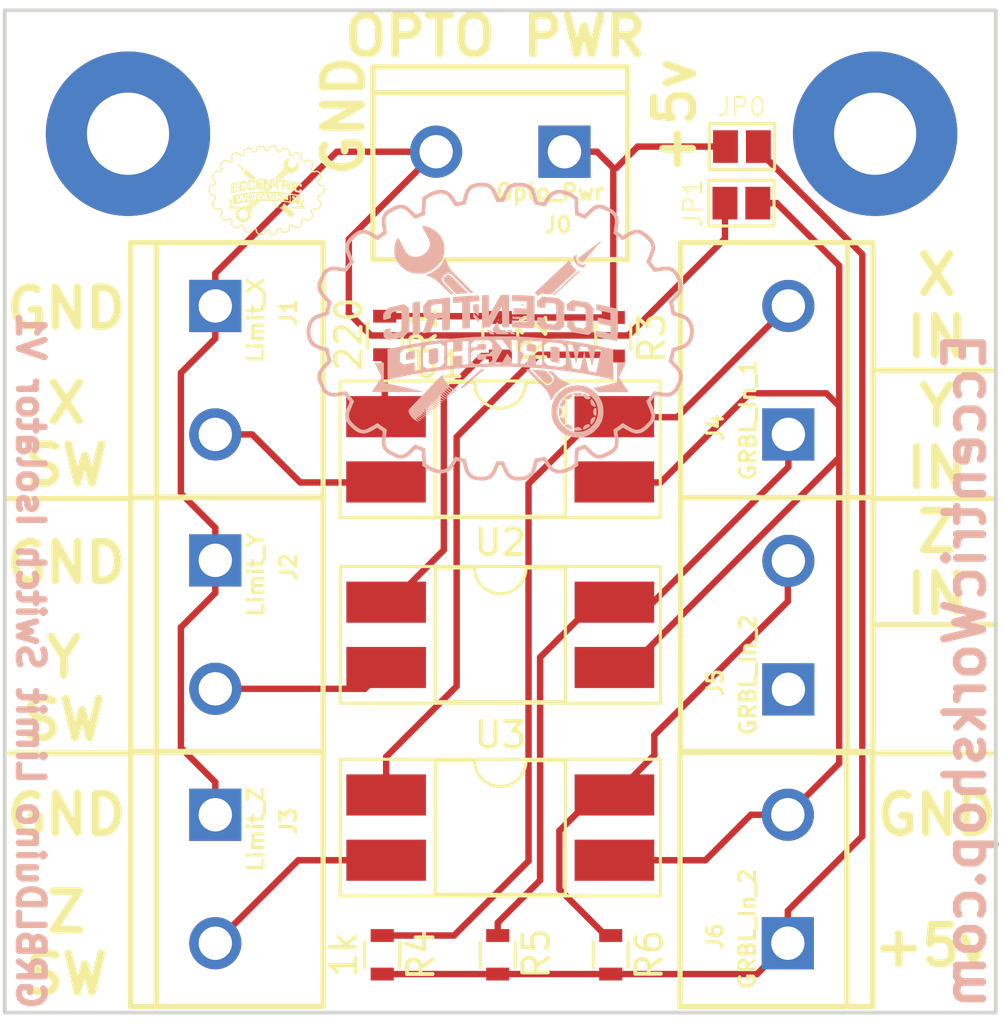
<source format=kicad_pcb>
(kicad_pcb (version 20171130) (host pcbnew "(5.1.5)-3")
  (title_block (title "Limit Switch Isolator - SMD") (date 2018-07-08) (rev V1) (company "The Eccentric Workshop"))
  (layers (0 F.Cu signal) (31 B.Cu signal) (34 B.Paste user) (35 F.Paste user) (36 B.SilkS user) (37 F.SilkS user) (38 B.Mask user) (39 F.Mask user) (44 Edge.Cuts user))
  (net 0 "")
  (net 1 "Net-(J0-Pad1)")
  (net 2 "Net-(J0-Pad2)")
  (net 3 "Net-(J1-Pad2)")
  (net 4 "Net-(J2-Pad2)")
  (net 5 "Net-(J3-Pad2)")
  (net 6 "Net-(J4-Pad1)")
  (net 7 "Net-(J4-Pad2)")
  (net 8 "Net-(J5-Pad1)")
  (net 9 "Net-(J5-Pad2)")
  (net 10 "Net-(J6-Pad1)")
  (net 11 "Net-(J6-Pad2)")
  (net 12 "Net-(R1-Pad1)")
  (net 13 "Net-(R2-Pad1)")
  (net 14 "Net-(R3-Pad1)")
  (module Mounting_Holes:MountingHole_3.2mm_M3_Pad (layer F.Cu) (at 163.4 74.9)
    (fp_text reference REF** hide)
    (fp_text value MountingHole_3.2mm_M3_Pad)
    (pad 1 thru_hole circle (at 0 0) (size 6.4 6.4) (drill 3.2) (layers *.Cu *.Mask))
  )
  (module GRBLDuinoV2:SPARKFUN-CONNECTORS_SCREWTERMINAL-5MM-2 (layer F.Cu) (at 151.3 75.6 180)
    (fp_text reference J0 (at 0.254 -2.8448 180) (layer F.SilkS) (effects (font (size 0.6096 0.6096) (thickness 0.127))))
    (fp_text value Opto_Pwr (at 0.5588 -1.5748 180) (layer F.SilkS) (effects (font (size 0.6096 0.6096) (thickness 0.127))))
    (pad 1 thru_hole rect (at 0 0 180) (size 2.032 2.032) (drill 1.29794) (layers *.Cu *.Paste *.Mask) (net 1 "Net-(J0-Pad1)"))
    (pad 2 thru_hole circle (at 4.99872 0 180) (size 2.032 2.032) (drill 1.29794) (layers *.Cu *.Paste *.Mask) (net 2 "Net-(J0-Pad2)"))
  )
  (module GRBLDuinoV2:SPARKFUN-CONNECTORS_SCREWTERMINAL-5MM-2 (layer F.Cu) (at 137.7 81.60128 270)
    (fp_text reference J1 (at 0.254 -2.8448 270) (layer F.SilkS) (effects (font (size 0.6096 0.6096) (thickness 0.127))))
    (fp_text value Limit_X (at 0.5588 -1.5748 270) (layer F.SilkS) (effects (font (size 0.6096 0.6096) (thickness 0.127))))
    (pad 1 thru_hole rect (at 0 0 270) (size 2.032 2.032) (drill 1.29794) (layers *.Cu *.Paste *.Mask) (net 2 "Net-(J0-Pad2)"))
    (pad 2 thru_hole circle (at 4.99872 0 270) (size 2.032 2.032) (drill 1.29794) (layers *.Cu *.Paste *.Mask) (net 3 "Net-(J1-Pad2)"))
  )
  (module GRBLDuinoV2:SPARKFUN-CONNECTORS_SCREWTERMINAL-5MM-2 (layer F.Cu) (at 137.7 91.50128 270)
    (fp_text reference J2 (at 0.254 -2.8448 270) (layer F.SilkS) (effects (font (size 0.6096 0.6096) (thickness 0.127))))
    (fp_text value Limit_Y (at 0.5588 -1.5748 270) (layer F.SilkS) (effects (font (size 0.6096 0.6096) (thickness 0.127))))
    (pad 1 thru_hole rect (at 0 0 270) (size 2.032 2.032) (drill 1.29794) (layers *.Cu *.Paste *.Mask) (net 2 "Net-(J0-Pad2)"))
    (pad 2 thru_hole circle (at 4.99872 0 270) (size 2.032 2.032) (drill 1.29794) (layers *.Cu *.Paste *.Mask) (net 4 "Net-(J2-Pad2)"))
  )
  (module GRBLDuinoV2:SPARKFUN-CONNECTORS_SCREWTERMINAL-5MM-2 (layer F.Cu) (at 137.7 101.40128 270)
    (fp_text reference J3 (at 0.254 -2.8448 270) (layer F.SilkS) (effects (font (size 0.6096 0.6096) (thickness 0.127))))
    (fp_text value Limit_Z (at 0.5588 -1.5748 270) (layer F.SilkS) (effects (font (size 0.6096 0.6096) (thickness 0.127))))
    (pad 1 thru_hole rect (at 0 0 270) (size 2.032 2.032) (drill 1.29794) (layers *.Cu *.Paste *.Mask) (net 2 "Net-(J0-Pad2)"))
    (pad 2 thru_hole circle (at 4.99872 0 270) (size 2.032 2.032) (drill 1.29794) (layers *.Cu *.Paste *.Mask) (net 5 "Net-(J3-Pad2)"))
  )
  (module GRBLDuinoV2:SPARKFUN-CONNECTORS_SCREWTERMINAL-5MM-2 (layer F.Cu) (at 160.02 86.6 90)
    (fp_text reference J4 (at 0.254 -2.8448 90) (layer F.SilkS) (effects (font (size 0.6096 0.6096) (thickness 0.127))))
    (fp_text value GRBL_In_1 (at 0.5588 -1.5748 90) (layer F.SilkS) (effects (font (size 0.6096 0.6096) (thickness 0.127))))
    (pad 1 thru_hole rect (at 0 0 90) (size 2.032 2.032) (drill 1.29794) (layers *.Cu *.Paste *.Mask) (net 6 "Net-(J4-Pad1)"))
    (pad 2 thru_hole circle (at 4.99872 0 90) (size 2.032 2.032) (drill 1.29794) (layers *.Cu *.Paste *.Mask) (net 7 "Net-(J4-Pad2)"))
  )
  (module GRBLDuinoV2:SPARKFUN-CONNECTORS_SCREWTERMINAL-5MM-2 (layer F.Cu) (at 160.02 96.52 90)
    (fp_text reference J5 (at 0.254 -2.8448 90) (layer F.SilkS) (effects (font (size 0.6096 0.6096) (thickness 0.127))))
    (fp_text value GRBL_In_2 (at 0.5588 -1.5748 90) (layer F.SilkS) (effects (font (size 0.6096 0.6096) (thickness 0.127))))
    (pad 1 thru_hole rect (at 0 0 90) (size 2.032 2.032) (drill 1.29794) (layers *.Cu *.Paste *.Mask) (net 8 "Net-(J5-Pad1)"))
    (pad 2 thru_hole circle (at 4.99872 0 90) (size 2.032 2.032) (drill 1.29794) (layers *.Cu *.Paste *.Mask) (net 9 "Net-(J5-Pad2)"))
  )
  (module GRBLDuinoV2:SPARKFUN-CONNECTORS_SCREWTERMINAL-5MM-2 (layer F.Cu) (at 160 106.39872 90)
    (fp_text reference J6 (at 0.254 -2.8448 90) (layer F.SilkS) (effects (font (size 0.6096 0.6096) (thickness 0.127))))
    (fp_text value GRBL_In_2 (at 0.5588 -1.5748 90) (layer F.SilkS) (effects (font (size 0.6096 0.6096) (thickness 0.127))))
    (pad 1 thru_hole rect (at 0 0 90) (size 2.032 2.032) (drill 1.29794) (layers *.Cu *.Paste *.Mask) (net 10 "Net-(J6-Pad1)"))
    (pad 2 thru_hole circle (at 4.99872 0 90) (size 2.032 2.032) (drill 1.29794) (layers *.Cu *.Paste *.Mask) (net 11 "Net-(J6-Pad2)"))
  )
  (module Resistors_SMD:R_0603 (layer F.Cu) (at 144.3 82.75 90)
    (fp_text reference R1 (at 0.15 1.5 270) (layer F.SilkS))
    (fp_text value 220 (at 0.05 -1.4 270) (layer F.SilkS))
    (pad 1 smd rect (at -0.75 0 90) (size 0.5 0.9) (layers F.Cu F.Paste F.Mask) (net 12 "Net-(R1-Pad1)"))
    (pad 2 smd rect (at 0.75 0 90) (size 0.5 0.9) (layers F.Cu F.Paste F.Mask) (net 1 "Net-(J0-Pad1)"))
  )
  (module Resistors_SMD:R_0603 (layer F.Cu) (at 148.8 82.8 90)
    (fp_text reference R2 (at -0.05 1.3 270) (layer F.SilkS))
    (fp_text value 220 hide)
    (pad 1 smd rect (at -0.75 0 90) (size 0.5 0.9) (layers F.Cu F.Paste F.Mask) (net 13 "Net-(R2-Pad1)"))
    (pad 2 smd rect (at 0.75 0 90) (size 0.5 0.9) (layers F.Cu F.Paste F.Mask) (net 1 "Net-(J0-Pad1)"))
  )
  (module Resistors_SMD:R_0603 (layer F.Cu) (at 153.2 82.8 90)
    (fp_text reference R3 (at -0.05 1.5 270) (layer F.SilkS))
    (fp_text value 220 hide)
    (pad 1 smd rect (at -0.75 0 90) (size 0.5 0.9) (layers F.Cu F.Paste F.Mask) (net 14 "Net-(R3-Pad1)"))
    (pad 2 smd rect (at 0.75 0 90) (size 0.5 0.9) (layers F.Cu F.Paste F.Mask) (net 1 "Net-(J0-Pad1)"))
  )
  (module Resistors_SMD:R_0603 (layer F.Cu) (at 144.2 106.85 270)
    (fp_text reference R4 (at 0.0106 -1.5089 90) (layer F.SilkS))
    (fp_text value 1k (at 0 1.5 270) (layer F.SilkS))
    (pad 1 smd rect (at -0.75 0 270) (size 0.5 0.9) (layers F.Cu F.Paste F.Mask) (net 7 "Net-(J4-Pad2)"))
    (pad 2 smd rect (at 0.75 0 270) (size 0.5 0.9) (layers F.Cu F.Paste F.Mask) (net 10 "Net-(J6-Pad1)"))
  )
  (module Resistors_SMD:R_0603 (layer F.Cu) (at 148.7 106.85 270)
    (fp_text reference R5 (at -0.05 -1.5 90) (layer F.SilkS))
    (fp_text value 1k hide)
    (pad 1 smd rect (at -0.75 0 270) (size 0.5 0.9) (layers F.Cu F.Paste F.Mask) (net 6 "Net-(J4-Pad1)"))
    (pad 2 smd rect (at 0.75 0 270) (size 0.5 0.9) (layers F.Cu F.Paste F.Mask) (net 10 "Net-(J6-Pad1)"))
  )
  (module Resistors_SMD:R_0603 (layer F.Cu) (at 153.1 106.85 270)
    (fp_text reference R6 (at 0 -1.5 90) (layer F.SilkS))
    (fp_text value 1k hide)
    (pad 1 smd rect (at -0.75 0 270) (size 0.5 0.9) (layers F.Cu F.Paste F.Mask) (net 9 "Net-(J5-Pad2)"))
    (pad 2 smd rect (at 0.75 0 270) (size 0.5 0.9) (layers F.Cu F.Paste F.Mask) (net 10 "Net-(J6-Pad1)"))
  )
  (module Housings_DIP:DIP-4_W8.89mm_SMDSocket_LongPads (layer F.Cu) (at 148.795 87.18)
    (fp_text reference U1 (at -2.4 -3.3) (layer F.SilkS))
    (fp_text value LTV-817 hide)
    (pad 1 smd rect (at -4.445 -1.27) (size 3.1 1.6) (layers F.Cu F.Paste F.Mask) (net 12 "Net-(R1-Pad1)"))
    (pad 3 smd rect (at 4.445 1.27) (size 3.1 1.6) (layers F.Cu F.Paste F.Mask) (net 11 "Net-(J6-Pad2)"))
    (pad 2 smd rect (at -4.445 1.27) (size 3.1 1.6) (layers F.Cu F.Paste F.Mask) (net 3 "Net-(J1-Pad2)"))
    (pad 4 smd rect (at 4.445 -1.27) (size 3.1 1.6) (layers F.Cu F.Paste F.Mask) (net 7 "Net-(J4-Pad2)"))
  )
  (module Housings_DIP:DIP-4_W8.89mm_SMDSocket_LongPads (layer F.Cu) (at 148.8 94.4)
    (fp_text reference U2 (at 0 -3.6) (layer F.SilkS))
    (fp_text value LTV-817 hide)
    (pad 1 smd rect (at -4.445 -1.27) (size 3.1 1.6) (layers F.Cu F.Paste F.Mask) (net 13 "Net-(R2-Pad1)"))
    (pad 3 smd rect (at 4.445 1.27) (size 3.1 1.6) (layers F.Cu F.Paste F.Mask) (net 11 "Net-(J6-Pad2)"))
    (pad 2 smd rect (at -4.445 1.27) (size 3.1 1.6) (layers F.Cu F.Paste F.Mask) (net 4 "Net-(J2-Pad2)"))
    (pad 4 smd rect (at 4.445 -1.27) (size 3.1 1.6) (layers F.Cu F.Paste F.Mask) (net 6 "Net-(J4-Pad1)"))
  )
  (module Housings_DIP:DIP-4_W8.89mm_SMDSocket_LongPads (layer F.Cu) (at 148.8 101.9)
    (fp_text reference U3 (at 0 -3.6) (layer F.SilkS))
    (fp_text value LTV-817 hide)
    (pad 1 smd rect (at -4.445 -1.27) (size 3.1 1.6) (layers F.Cu F.Paste F.Mask) (net 14 "Net-(R3-Pad1)"))
    (pad 3 smd rect (at 4.445 1.27) (size 3.1 1.6) (layers F.Cu F.Paste F.Mask) (net 11 "Net-(J6-Pad2)"))
    (pad 2 smd rect (at -4.445 1.27) (size 3.1 1.6) (layers F.Cu F.Paste F.Mask) (net 5 "Net-(J3-Pad2)"))
    (pad 4 smd rect (at 4.445 -1.27) (size 3.1 1.6) (layers F.Cu F.Paste F.Mask) (net 9 "Net-(J5-Pad2)"))
  )
  (module Mounting_Holes:MountingHole_3.2mm_M3_Pad (layer F.Cu) (at 134.3 74.9)
    (fp_text reference REF** hide)
    (fp_text value MountingHole_3.2mm_M3_Pad)
    (pad 1 thru_hole circle (at 0 0) (size 6.4 6.4) (drill 3.2) (layers *.Cu *.Mask))
  )
  (module "EW Logo:logo3000" (layer B.Cu) (at 148.8 82.6 180)
    (fp_text reference G*** hide)
    (fp_text value LOGO hide)
  )
  (module "EW Logo:logo10000" (layer F.Cu) (at 139.7 77.1)
    (fp_text reference G*** hide)
    (fp_text value LOGO hide)
  )
  (module Connectors:GS2 (layer F.Cu) (at 158.21 75.4 90)
    (fp_text reference JP0 (at 1.55 -0.01) (layer F.SilkS) (effects (font (size 0.7 0.7) (thickness 0.08))))
    (fp_text value PWR_Select)
    (pad 1 smd rect (at 0 -0.64 90) (size 1.27 0.97) (layers F.Cu F.Paste F.Mask) (net 1 "Net-(J0-Pad1)"))
    (pad 2 smd rect (at 0 0.64 90) (size 1.27 0.97) (layers F.Cu F.Paste F.Mask) (net 10 "Net-(J6-Pad1)"))
  )
  (module Connectors:GS2 (layer F.Cu) (at 158.19 77.6 90)
    (fp_text reference JP1 (at 0 -1.89 270) (layer F.SilkS) (effects (font (size 0.7 0.7) (thickness 0.08))))
    (fp_text value GND_Select)
    (pad 1 smd rect (at 0 -0.64 90) (size 1.27 0.97) (layers F.Cu F.Paste F.Mask) (net 2 "Net-(J0-Pad2)"))
    (pad 2 smd rect (at 0 0.64 90) (size 1.27 0.97) (layers F.Cu F.Paste F.Mask) (net 11 "Net-(J6-Pad2)"))
  )
  (gr_line (start 163.3 94) (end 168.1 94) (layer F.SilkS) (width 0.2))
  (gr_line (start 163.3 89.1) (end 168.1 89.1) (layer F.SilkS) (width 0.2))
  (gr_line (start 163.3 84.1) (end 168 84.1) (layer F.SilkS) (width 0.2))
  (gr_line (start 163.3 99) (end 168 99) (layer F.SilkS) (width 0.2))
  (gr_text "GRBLDuino Limit Switch Isolator V1" (at 130.5 95.4 270) (layer B.SilkS) (effects (font (size 1 1) (thickness 0.25)) (justify mirror)))
  (gr_text EccentricWorkshop.com (at 166.9 95.8 90) (layer B.SilkS) (effects (font (size 1.5 1.5) (thickness 0.3)) (justify mirror)))
  (gr_line (start 129.5 70.1) (end 168.1 70.1) (layer Edge.Cuts) (width 0.15))
  (gr_line (start 129.5 109.1) (end 129.5 70.1) (layer Edge.Cuts) (width 0.15))
  (gr_line (start 168.1 109.1) (end 168.1 70.1) (layer Edge.Cuts) (width 0.15))
  (gr_line (start 129.5 109.1) (end 168.1 109.1) (layer Edge.Cuts) (width 0.15))
  (gr_text "OPTO PWR" (at 148.6 71.1) (layer F.SilkS) (effects (font (size 1.5 1.5) (thickness 0.3))))
  (gr_line (start 134.4 89.1) (end 129.6 89.1) (layer F.SilkS) (width 0.2))
  (gr_line (start 134.3 99) (end 129.7 99) (layer F.SilkS) (width 0.2))
  (gr_text "Y\nIN" (at 165.8 86.7) (layer F.SilkS) (effects (font (size 1.5 1.5) (thickness 0.3))))
  (gr_text "Z\nIN" (at 165.8 91.6) (layer F.SilkS) (effects (font (size 1.5 1.5) (thickness 0.3))))
  (gr_text "X\nIN" (at 165.8 81.6) (layer F.SilkS) (effects (font (size 1.5 1.5) (thickness 0.3))))
  (gr_text GND (at 165.8 101.4) (layer F.SilkS) (effects (font (size 1.5 1.5) (thickness 0.3))))
  (gr_text +5v (at 165.6 106.5) (layer F.SilkS) (effects (font (size 1.5 1.5) (thickness 0.3))))
  (gr_text "X\nSW" (at 131.9 86.6) (layer F.SilkS) (effects (font (size 1.5 1.5) (thickness 0.3))))
  (gr_text "Y\nSW" (at 131.8 96.5) (layer F.SilkS) (effects (font (size 1.5 1.5) (thickness 0.3))))
  (gr_text "Z\nSW" (at 131.9 106.4) (layer F.SilkS) (effects (font (size 1.5 1.5) (thickness 0.3))))
  (gr_text GND (at 131.9 101.4) (layer F.SilkS) (effects (font (size 1.5 1.5) (thickness 0.3))))
  (gr_text +5v (at 155.6 74.2 90) (layer F.SilkS) (effects (font (size 1.5 1.5) (thickness 0.3))))
  (gr_text GND (at 142.7 74.2 90) (layer F.SilkS) (effects (font (size 1.5 1.5) (thickness 0.3))))
  (gr_text GND (at 131.9 91.6) (layer F.SilkS) (effects (font (size 1.5 1.5) (thickness 0.3))))
  (gr_text GND (at 131.9 81.7) (layer F.SilkS) (effects (font (size 1.5 1.5) (thickness 0.3))))
  (segment (start 153.316 76.234) (end 154.15 75.4) (width 0.25) (layer F.Cu) (net 1))
  (segment (start 154.15 75.4) (end 157.57 75.4) (width 0.25) (layer F.Cu) (net 1))
  (segment (start 153.2 76.234) (end 153.316 76.234) (width 0.25) (layer F.Cu) (net 1))
  (segment (start 148.8 82.05) (end 149.5 82.05) (width 0.25) (layer F.Cu) (net 1))
  (segment (start 149.5 82.05) (end 153.2 82.05) (width 0.25) (layer F.Cu) (net 1))
  (segment (start 144.3 82) (end 148.75 82) (width 0.25) (layer F.Cu) (net 1))
  (segment (start 148.75 82) (end 148.8 82.05) (width 0.25) (layer F.Cu) (net 1))
  (segment (start 153.2 76.234) (end 153.2 82) (width 0.25) (layer F.Cu) (net 1))
  (segment (start 151.3 75.6) (end 152.566 75.6) (width 0.25) (layer F.Cu) (net 1))
  (segment (start 152.566 75.6) (end 153.2 76.234) (width 0.25) (layer F.Cu) (net 1))
  (segment (start 157.55 77.6) (end 157.55 78.985002) (width 0.25) (layer F.Cu) (net 2))
  (segment (start 157.55 78.985002) (end 153.785002 82.75) (width 0.25) (layer F.Cu) (net 2))
  (segment (start 153.785002 82.75) (end 143.764998 82.75) (width 0.25) (layer F.Cu) (net 2))
  (segment (start 142.9 81.885002) (end 142.9 79.00128) (width 0.25) (layer F.Cu) (net 2))
  (segment (start 143.764998 82.75) (end 142.9 81.885002) (width 0.25) (layer F.Cu) (net 2))
  (segment (start 142.9 79.00128) (end 145.285281 76.615999) (width 0.25) (layer F.Cu) (net 2))
  (segment (start 145.285281 76.615999) (end 146.30128 75.6) (width 0.25) (layer F.Cu) (net 2))
  (segment (start 142.43528 75.6) (end 146.30128 75.6) (width 0.25) (layer F.Cu) (net 2))
  (segment (start 137.7 81.60128) (end 137.7 80.33528) (width 0.25) (layer F.Cu) (net 2))
  (segment (start 137.7 80.33528) (end 142.43528 75.6) (width 0.25) (layer F.Cu) (net 2))
  (segment (start 137.7 91.50128) (end 137.7 90.23528) (width 0.25) (layer F.Cu) (net 2))
  (segment (start 137.7 90.23528) (end 136.358999 88.894279) (width 0.25) (layer F.Cu) (net 2))
  (segment (start 136.358999 88.894279) (end 136.358999 84.208281) (width 0.25) (layer F.Cu) (net 2))
  (segment (start 136.358999 84.208281) (end 137.7 82.86728) (width 0.25) (layer F.Cu) (net 2))
  (segment (start 137.7 82.86728) (end 137.7 81.60128) (width 0.25) (layer F.Cu) (net 2))
  (segment (start 137.7 101.40128) (end 137.7 100.13528) (width 0.25) (layer F.Cu) (net 2))
  (segment (start 137.7 100.13528) (end 136.358999 98.794279) (width 0.25) (layer F.Cu) (net 2))
  (segment (start 136.358999 98.794279) (end 136.358999 94.108281) (width 0.25) (layer F.Cu) (net 2))
  (segment (start 136.358999 94.108281) (end 137.7 92.76728) (width 0.25) (layer F.Cu) (net 2))
  (segment (start 137.7 92.76728) (end 137.7 91.50128) (width 0.25) (layer F.Cu) (net 2))
  (segment (start 137.7 86.6) (end 139.13684 86.6) (width 0.25) (layer F.Cu) (net 3))
  (segment (start 139.13684 86.6) (end 141.00684 88.47) (width 0.25) (layer F.Cu) (net 3))
  (segment (start 141.00684 88.47) (end 142.555 88.47) (width 0.25) (layer F.Cu) (net 3))
  (segment (start 142.555 88.47) (end 144.355 88.47) (width 0.25) (layer F.Cu) (net 3))
  (segment (start 137.7 96.5) (end 143.525 96.5) (width 0.25) (layer F.Cu) (net 4))
  (segment (start 143.525 96.5) (end 144.355 95.67) (width 0.25) (layer F.Cu) (net 4))
  (segment (start 144.355 103.17) (end 140.93 103.17) (width 0.25) (layer F.Cu) (net 5))
  (segment (start 140.93 103.17) (end 137.7 106.4) (width 0.25) (layer F.Cu) (net 5))
  (segment (start 148.7 106.1) (end 148.7 105.6) (width 0.25) (layer F.Cu) (net 6))
  (segment (start 150.350011 95.274989) (end 152.495 93.13) (width 0.25) (layer F.Cu) (net 6))
  (segment (start 150.350011 103.949989) (end 150.350011 95.274989) (width 0.25) (layer F.Cu) (net 6))
  (segment (start 148.7 105.6) (end 150.350011 103.949989) (width 0.25) (layer F.Cu) (net 6))
  (segment (start 152.495 93.13) (end 153.245 93.13) (width 0.25) (layer F.Cu) (net 6))
  (segment (start 160.02 86.6) (end 160.02 87.866) (width 0.25) (layer F.Cu) (net 6))
  (segment (start 160.02 87.866) (end 154.756 93.13) (width 0.25) (layer F.Cu) (net 6))
  (segment (start 154.756 93.13) (end 153.245 93.13) (width 0.25) (layer F.Cu) (net 6))
  (segment (start 144.2 106.1) (end 147 106.1) (width 0.25) (layer F.Cu) (net 7))
  (segment (start 147 106.1) (end 149.9 103.2) (width 0.25) (layer F.Cu) (net 7))
  (segment (start 149.9 103.2) (end 149.9 88.525) (width 0.25) (layer F.Cu) (net 7))
  (segment (start 149.9 88.525) (end 152.495 85.93) (width 0.25) (layer F.Cu) (net 7))
  (segment (start 152.495 85.93) (end 153.245 85.93) (width 0.25) (layer F.Cu) (net 7))
  (segment (start 160.02 81.60128) (end 155.69128 85.93) (width 0.25) (layer F.Cu) (net 7))
  (segment (start 155.69128 85.93) (end 153.245 85.93) (width 0.25) (layer F.Cu) (net 7))
  (segment (start 160.02 91.52128) (end 160 91.54128) (width 0.25) (layer F.Cu) (net 9))
  (segment (start 160 91.54128) (end 160 93.1) (width 0.25) (layer F.Cu) (net 9))
  (segment (start 160 93.1) (end 154.8 98.3) (width 0.25) (layer F.Cu) (net 9))
  (segment (start 154.8 98.3) (end 154.8 99.075) (width 0.25) (layer F.Cu) (net 9))
  (segment (start 154.8 99.075) (end 153.245 100.63) (width 0.25) (layer F.Cu) (net 9))
  (segment (start 153.245 100.63) (end 152.495 100.63) (width 0.25) (layer F.Cu) (net 9))
  (segment (start 152.495 100.63) (end 151.1 102.025) (width 0.25) (layer F.Cu) (net 9))
  (segment (start 151.1 102.025) (end 151.1 104.3) (width 0.25) (layer F.Cu) (net 9))
  (segment (start 151.1 104.3) (end 152.9 106.1) (width 0.25) (layer F.Cu) (net 9))
  (segment (start 152.9 106.1) (end 153.1 106.1) (width 0.25) (layer F.Cu) (net 9))
  (segment (start 162.9 79.6) (end 162.9 102.23272) (width 0.25) (layer F.Cu) (net 10))
  (segment (start 162.9 102.23272) (end 160 105.13272) (width 0.25) (layer F.Cu) (net 10))
  (segment (start 160 105.13272) (end 160 106.39872) (width 0.25) (layer F.Cu) (net 10))
  (segment (start 158.85 75.55) (end 162.9 79.6) (width 0.25) (layer F.Cu) (net 10))
  (segment (start 158.85 75.4) (end 158.85 75.55) (width 0.25) (layer F.Cu) (net 10))
  (segment (start 144.2 107.6) (end 148.7 107.6) (width 0.25) (layer F.Cu) (net 10))
  (segment (start 148.7 107.6) (end 152.4 107.6) (width 0.25) (layer F.Cu) (net 10))
  (segment (start 152.4 107.6) (end 153.1 107.6) (width 0.25) (layer F.Cu) (net 10))
  (segment (start 153.1 107.6) (end 158.79872 107.6) (width 0.25) (layer F.Cu) (net 10))
  (segment (start 158.79872 107.6) (end 160 106.39872) (width 0.25) (layer F.Cu) (net 10))
  (segment (start 158.83 77.6) (end 159.565 77.6) (width 0.25) (layer F.Cu) (net 11))
  (segment (start 159.565 77.6) (end 162 80.035) (width 0.25) (layer F.Cu) (net 11))
  (segment (start 162 80.035) (end 162 85.5) (width 0.25) (layer F.Cu) (net 11))
  (segment (start 162 87.5) (end 153.83 95.67) (width 0.25) (layer F.Cu) (net 11))
  (segment (start 153.83 95.67) (end 153.245 95.67) (width 0.25) (layer F.Cu) (net 11))
  (segment (start 162 85.5) (end 162 87.5) (width 0.25) (layer F.Cu) (net 11))
  (segment (start 162 87.5) (end 162 99.4) (width 0.25) (layer F.Cu) (net 11))
  (segment (start 153.245 88.47) (end 155.045 88.47) (width 0.25) (layer F.Cu) (net 11))
  (segment (start 155.045 88.47) (end 158.515 85) (width 0.25) (layer F.Cu) (net 11))
  (segment (start 162 99.4) (end 161.7 99.7) (width 0.25) (layer F.Cu) (net 11))
  (segment (start 158.515 85) (end 161.5 85) (width 0.25) (layer F.Cu) (net 11))
  (segment (start 161.5 85) (end 162 85.5) (width 0.25) (layer F.Cu) (net 11))
  (segment (start 161.7 99.7) (end 160 101.4) (width 0.25) (layer F.Cu) (net 11))
  (segment (start 160 101.4) (end 158.56316 101.4) (width 0.25) (layer F.Cu) (net 11))
  (segment (start 158.56316 101.4) (end 156.79316 103.17) (width 0.25) (layer F.Cu) (net 11))
  (segment (start 156.79316 103.17) (end 155.045 103.17) (width 0.25) (layer F.Cu) (net 11))
  (segment (start 155.045 103.17) (end 153.245 103.17) (width 0.25) (layer F.Cu) (net 11))
  (segment (start 144.3 83.4) (end 144.3 85.875) (width 0.25) (layer F.Cu) (net 12))
  (segment (start 144.3 85.875) (end 144.355 85.93) (width 0.25) (layer F.Cu) (net 12))
  (segment (start 148.8 83.55) (end 148.1 83.55) (width 0.25) (layer F.Cu) (net 13))
  (segment (start 148.1 83.55) (end 146.6 85.05) (width 0.25) (layer F.Cu) (net 13))
  (segment (start 146.6 85.05) (end 146.6 91.1) (width 0.25) (layer F.Cu) (net 13))
  (segment (start 146.6 91.1) (end 144.57 93.13) (width 0.25) (layer F.Cu) (net 13))
  (segment (start 144.57 93.13) (end 144.355 93.13) (width 0.25) (layer F.Cu) (net 13))
  (segment (start 153.2 83.5) (end 150.3 83.5) (width 0.25) (layer F.Cu) (net 14))
  (segment (start 150.3 83.5) (end 147.1 86.7) (width 0.25) (layer F.Cu) (net 14))
  (segment (start 147.1 86.7) (end 147.1 96.4) (width 0.25) (layer F.Cu) (net 14))
  (segment (start 147.1 96.4) (end 144.355 99.145) (width 0.25) (layer F.Cu) (net 14))
  (segment (start 144.355 99.145) (end 144.355 100.63) (width 0.25) (layer F.Cu) (net 14))
)
</source>
